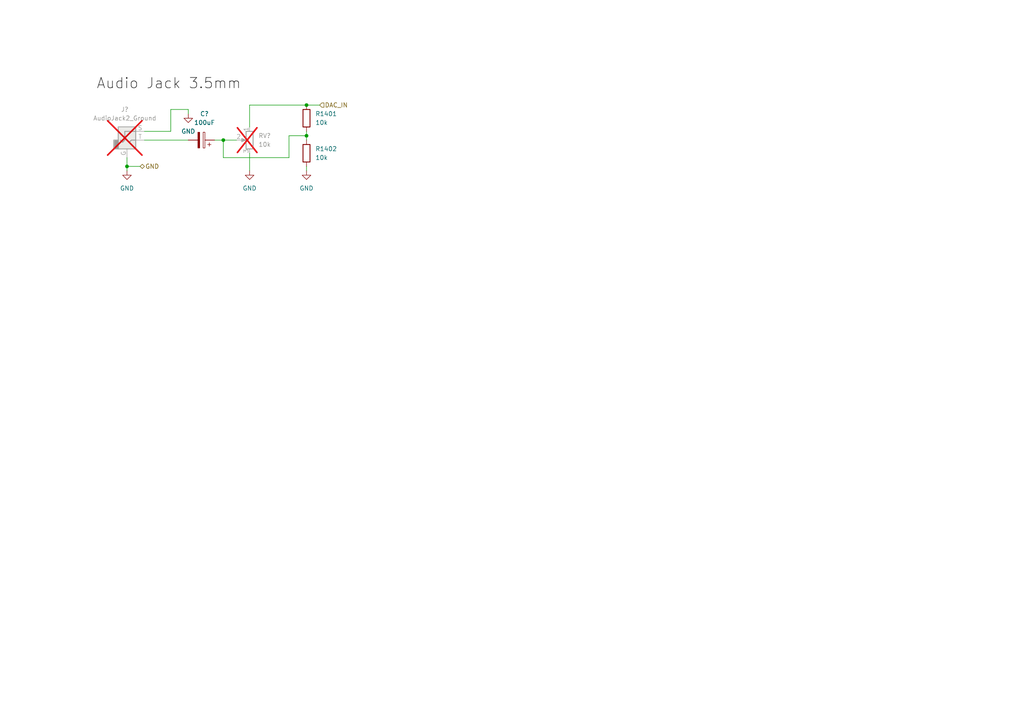
<source format=kicad_sch>
(kicad_sch (version 20231120) (generator "eeschema") (generator_version "8.0")
  (paper "A4")
  (lib_symbols
    (symbol "Connector_Audio:AudioJack2_Ground"
      (property "Reference" "J" (at 0 8.89 0))
      (property "Value" "AudioJack2_Ground" (at 0 6.35 0))
      (symbol "AudioJack2_Ground_0_1"
        (rectangle (start -2.54 -2.54) (end -3.81 0) (stroke (width 0.254)) (fill (type outline)))
        (polyline (pts (xy 0 0) (xy 0.635 -0.635) (xy 1.27 0) (xy 2.54 0)) (stroke (width 0.254)))
        (polyline (pts (xy 2.54 2.54) (xy -0.635 2.54) (xy -0.635 0) (xy -1.27 -0.635) (xy -1.905 0)) (stroke (width 0.254)))
        (rectangle (start 2.54 3.81) (end -2.54 -2.54) (stroke (width 0.254)) (fill (type background)))
      )
      (symbol "AudioJack2_Ground_1_1"
        (pin passive line (at 0 -5.08 90) (length 2.54) (name "~") (number "G"))
        (pin passive line (at 5.08 2.54 180) (length 2.54) (name "~") (number "S"))
        (pin passive line (at 5.08 0 180) (length 2.54) (name "~") (number "T"))
      )
    )
    (symbol "Device:C_Polarized" (pin_numbers hide) (pin_names (offset 0.254))
      (property "Reference" "C" (at 0.635 2.54 0))
      (property "Value" "C_Polarized" (at 0.635 -2.54 0))
      (symbol "C_Polarized_0_1"
        (rectangle (start -2.286 0.508) (end 2.286 1.016))
        (polyline (pts (xy -1.778 2.286) (xy -0.762 2.286)))
        (polyline (pts (xy -1.27 2.794) (xy -1.27 1.778)))
        (rectangle (start 2.286 -0.508) (end -2.286 -1.016) (fill (type outline)))
      )
      (symbol "C_Polarized_1_1"
        (pin passive line (at 0 3.81 270) (length 2.794) (name "~") (number "1"))
        (pin passive line (at 0 -3.81 90) (length 2.794) (name "~") (number "2"))
      )
    )
    (symbol "Device:R" (pin_numbers hide) (pin_names (offset 0))
      (property "Reference" "R" (at 2.032 0 90))
      (property "Value" "R" (at 0 0 90))
      (symbol "R_0_1"
        (rectangle (start -1.016 -2.54) (end 1.016 2.54) (stroke (width 0.254)))
      )
      (symbol "R_1_1"
        (pin passive line (at 0 3.81 270) (length 1.27) (name "~") (number "1"))
        (pin passive line (at 0 -3.81 90) (length 1.27) (name "~") (number "2"))
      )
    )
    (symbol "Device:R_Potentiometer" (pin_names (offset 1.016) hide)
      (property "Reference" "RV" (at -4.445 0 90))
      (property "Value" "R_Potentiometer" (at -2.54 0 90))
      (symbol "R_Potentiometer_0_1"
        (polyline (pts (xy 2.54 0) (xy 1.524 0)))
        (polyline (pts (xy 1.143 0) (xy 2.286 0.508) (xy 2.286 -0.508) (xy 1.143 0)) (fill (type outline)))
        (rectangle (start 1.016 2.54) (end -1.016 -2.54) (stroke (width 0.254)))
      )
      (symbol "R_Potentiometer_1_1"
        (pin passive line (at 0 3.81 270) (length 1.27) (name "1") (number "1"))
        (pin passive line (at 3.81 0 180) (length 1.27) (name "2") (number "2"))
        (pin passive line (at 0 -3.81 90) (length 1.27) (name "3") (number "3"))
      )
    )
    (symbol "power:GND" (power) (pin_names (offset 0))
      (property "Value" "GND" (at 0 -3.81 0))
      (symbol "GND_0_1"
        (polyline (pts (xy 0 0) (xy 0 -1.27) (xy 1.27 -1.27) (xy 0 -2.54) (xy -1.27 -1.27) (xy 0 -1.27)))
      )
      (symbol "GND_1_1"
        (pin power_in line (at 0 0 270) (length 0) hide (name "GND") (number "1"))
      )
    )
  )
  (junction (at 88.9 39.37))
  (junction (at 64.77 40.64))
  (junction (at 36.83 48.26))
  (junction (at 88.9 30.48))
  (wire (pts (xy 62.23 40.64) (xy 64.77 40.64)))
  (wire (pts (xy 36.83 48.26) (xy 36.83 49.53)))
  (wire (pts (xy 88.9 39.37) (xy 83.82 39.37)))
  (wire (pts (xy 72.39 30.48) (xy 88.9 30.48)))
  (wire (pts (xy 88.9 30.48) (xy 92.71 30.48)))
  (wire (pts (xy 49.53 31.75) (xy 49.53 38.1)))
  (wire (pts (xy 36.83 45.72) (xy 36.83 48.26)))
  (wire (pts (xy 54.61 31.75) (xy 54.61 33.02)))
  (wire (pts (xy 36.83 48.26) (xy 40.64 48.26)))
  (wire (pts (xy 72.39 49.53) (xy 72.39 44.45)))
  (wire (pts (xy 64.77 45.72) (xy 64.77 40.64)))
  (wire (pts (xy 72.39 36.83) (xy 72.39 30.48)))
  (wire (pts (xy 88.9 40.64) (xy 88.9 39.37)))
  (wire (pts (xy 83.82 45.72) (xy 64.77 45.72)))
  (wire (pts (xy 88.9 49.53) (xy 88.9 48.26)))
  (wire (pts (xy 41.91 40.64) (xy 54.61 40.64)))
  (wire (pts (xy 64.77 40.64) (xy 68.58 40.64)))
  (wire (pts (xy 83.82 39.37) (xy 83.82 45.72)))
  (wire (pts (xy 88.9 39.37) (xy 88.9 38.1)))
  (wire (pts (xy 49.53 38.1) (xy 41.91 38.1)))
  (wire (pts (xy 49.53 31.75) (xy 54.61 31.75)))
  (label "Audio Jack 3.5mm" (at 27.94 26.67 0) (effects (font (size 3 3))))
  (hierarchical_label "DAC_IN" (shape input) (at 92.71 30.48 0))
  (hierarchical_label "GND" (shape bidirectional) (at 40.64 48.26 0))
  (symbol (lib_id "power:GND") (at 72.39 49.53 0) (unit 1)
    (property "Reference" "#PWR?" (effects (hide yes)))
    (property "Value" "GND" (at 72.39 54.61 0))
    (property "Description" "Power symbol creates a global label with name \"GND\" , ground" (effects (hide yes)))
  )
  (symbol (lib_id "power:GND") (at 88.9 49.53 0) (unit 1)
    (property "Reference" "#PWR01404" (effects (hide yes)))
    (property "Value" "GND" (at 88.9 54.61 0))
    (property "Description" "Power symbol creates a global label with name \"GND\" , ground" (effects (hide yes)))
  )
  (symbol (lib_id "Device:R_Potentiometer") (at 72.39 40.64 0) (mirror y) (unit 1) (in_bom no) (dnp yes)
    (property "Reference" "RV?" (at 74.93 39.3699 0) (effects (justify right)))
    (property "Value" "10k" (at 74.93 41.9099 0) (effects (justify right)))
    (property "Footprint" "Resistor_SMD:R_0805_2012Metric_Pad1.20x1.40mm_HandSolder" (effects (hide yes)))
    (property "Description" "Potentiometer" (effects (hide yes)))
    (property "OLI_ID" "10k_0805" (effects (hide yes)))
  )
  (symbol (lib_id "Device:R") (at 88.9 44.45 0) (unit 1)
    (property "Reference" "R1402" (at 91.44 43.1799 0) (effects (justify left)))
    (property "Value" "10k" (at 91.44 45.7199 0) (effects (justify left)))
    (property "Footprint" "Resistor_SMD:R_0805_2012Metric_Pad1.20x1.40mm_HandSolder" (effects (hide yes)))
    (property "Description" "Resistor" (effects (hide yes)))
    (property "OLI_ID" "10k_0805" (effects (hide yes)))
  )
  (symbol (lib_id "Connector_Audio:AudioJack2_Ground") (at 36.83 40.64 0) (unit 1) (dnp yes)
    (property "Reference" "J?" (at 36.195 31.75 0))
    (property "Value" "AudioJack2_Ground" (at 36.195 34.29 0))
    (property "Footprint" "Connector_Audio:Jack_3.5mm_CUI_SJ-3523-SMT_Horizontal" (effects (hide yes)))
    (property "Description" "Audio Jack, 2 Poles (Mono / TS), Grounded Sleeve" (effects (hide yes)))
  )
  (symbol (lib_id "power:GND") (at 36.83 49.53 0) (unit 1)
    (property "Reference" "#PWR?" (effects (hide yes)))
    (property "Value" "GND" (at 36.83 54.61 0))
    (property "Description" "Power symbol creates a global label with name \"GND\" , ground" (effects (hide yes)))
  )
  (symbol (lib_id "power:GND") (at 54.61 33.02 0) (unit 1)
    (property "Reference" "#PWR?" (effects (hide yes)))
    (property "Value" "GND" (at 54.61 38.1 0))
    (property "Description" "Power symbol creates a global label with name \"GND\" , ground" (effects (hide yes)))
  )
  (symbol (lib_id "Device:C_Polarized") (at 58.42 40.64 270) (mirror x) (unit 1)
    (property "Reference" "C?" (at 59.309 33.02 90))
    (property "Value" "100uF" (at 59.309 35.56 90))
    (property "Footprint" "Capacitor_SMD:C_1206_3216Metric_Pad1.33x1.80mm_HandSolder" (effects (hide yes)))
    (property "Description" "Polarized capacitor" (effects (hide yes)))
    (property "OLI_ID" "100uf_1206" (effects (hide yes)))
  )
  (symbol (lib_id "Device:R") (at 88.9 34.29 0) (unit 1)
    (property "Reference" "R1401" (at 91.44 33.0199 0) (effects (justify left)))
    (property "Value" "10k" (at 91.44 35.5599 0) (effects (justify left)))
    (property "Footprint" "Resistor_SMD:R_0805_2012Metric_Pad1.20x1.40mm_HandSolder" (effects (hide yes)))
    (property "Description" "Resistor" (effects (hide yes)))
    (property "OLI_ID" "10k_0805" (effects (hide yes)))
  )
)
</source>
